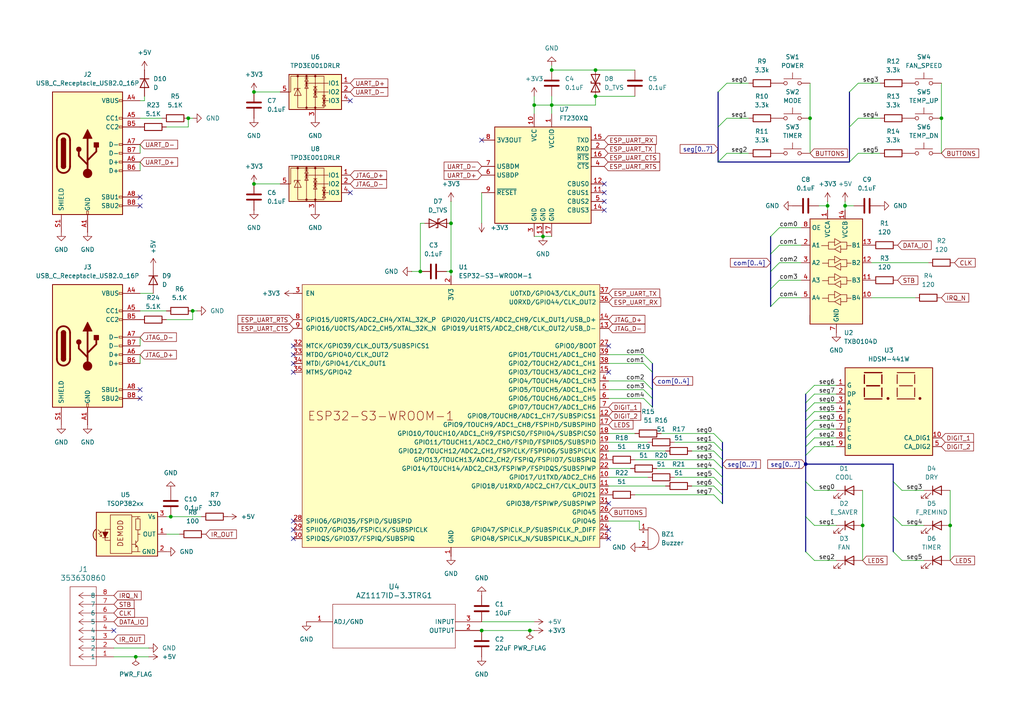
<source format=kicad_sch>
(kicad_sch (version 20231120) (generator "eeschema") (generator_version "8.0")
  (paper "A4")
  (title_block (title "LW6017R Wifi Board") (date "2024-06-30") (rev "1.0") (company "Jack Hogan"))
  (junction (at 154.94 30.48))
  (junction (at 54.61 34.29))
  (junction (at 233.68 134.62))
  (junction (at 39.37 190.5))
  (junction (at 160.02 30.48))
  (junction (at 121.92 78.74))
  (junction (at 73.66 26.67))
  (junction (at 275.59 152.4))
  (junction (at 172.72 27.94))
  (junction (at 250.19 152.4))
  (junction (at 130.81 64.77))
  (junction (at 130.81 78.74))
  (junction (at 245.11 59.69))
  (junction (at 273.05 34.29))
  (junction (at 240.03 59.69))
  (junction (at 160.02 20.32))
  (junction (at 73.66 53.34))
  (junction (at 234.95 34.29))
  (junction (at 139.7 182.88))
  (junction (at 172.72 20.32))
  (junction (at 153.67 182.88))
  (junction (at 55.88 90.17))
  (junction (at 157.48 68.58))
  (junction (at 49.53 149.86))
  (no_connect (at 85.09 153.67))
  (no_connect (at 175.26 55.88))
  (no_connect (at 85.09 102.87))
  (no_connect (at 175.26 53.34))
  (no_connect (at 40.64 115.57))
  (no_connect (at 85.09 100.33))
  (no_connect (at 40.64 113.03))
  (no_connect (at 175.26 60.96))
  (no_connect (at 85.09 107.95))
  (no_connect (at 85.09 105.41))
  (no_connect (at 85.09 151.13))
  (no_connect (at 176.53 107.95))
  (no_connect (at 176.53 146.05))
  (no_connect (at 101.6 55.88))
  (no_connect (at 139.7 40.64))
  (no_connect (at 40.64 57.15))
  (no_connect (at 40.64 59.69))
  (no_connect (at 176.53 153.67))
  (no_connect (at 101.6 29.21))
  (no_connect (at 175.26 58.42))
  (no_connect (at 176.53 156.21))
  (no_connect (at 33.02 182.88))
  (no_connect (at 85.09 156.21))
  (no_connect (at 176.53 100.33))
  (bus_entry (at 208.28 36.83) (size 2.54 -2.54))
  (bus_entry (at 233.68 149.86) (size 2.54 2.54))
  (bus_entry (at 207.01 138.43) (size 2.54 2.54))
  (bus_entry (at 208.28 46.99) (size 2.54 -2.54))
  (bus_entry (at 233.68 132.08) (size 2.54 -2.54))
  (bus_entry (at 223.52 88.9) (size 2.54 -2.54))
  (bus_entry (at 207.01 135.89) (size 2.54 2.54))
  (bus_entry (at 259.08 149.86) (size 2.54 2.54))
  (bus_entry (at 207.01 143.51) (size 2.54 2.54))
  (bus_entry (at 223.52 73.66) (size 2.54 -2.54))
  (bus_entry (at 223.52 68.58) (size 2.54 -2.54))
  (bus_entry (at 186.69 110.49) (size 2.54 2.54))
  (bus_entry (at 207.01 128.27) (size 2.54 2.54))
  (bus_entry (at 186.69 102.87) (size 2.54 2.54))
  (bus_entry (at 233.68 119.38) (size 2.54 -2.54))
  (bus_entry (at 233.68 121.92) (size 2.54 -2.54))
  (bus_entry (at 186.69 105.41) (size 2.54 2.54))
  (bus_entry (at 207.01 125.73) (size 2.54 2.54))
  (bus_entry (at 259.08 160.02) (size 2.54 2.54))
  (bus_entry (at 186.69 113.03) (size 2.54 2.54))
  (bus_entry (at 233.68 127) (size 2.54 -2.54))
  (bus_entry (at 233.68 160.02) (size 2.54 2.54))
  (bus_entry (at 207.01 130.81) (size 2.54 2.54))
  (bus_entry (at 223.52 78.74) (size 2.54 -2.54))
  (bus_entry (at 233.68 116.84) (size 2.54 -2.54))
  (bus_entry (at 246.38 36.83) (size 2.54 -2.54))
  (bus_entry (at 208.28 26.67) (size 2.54 -2.54))
  (bus_entry (at 186.69 115.57) (size 2.54 2.54))
  (bus_entry (at 246.38 26.67) (size 2.54 -2.54))
  (bus_entry (at 233.68 114.3) (size 2.54 -2.54))
  (bus_entry (at 233.68 129.54) (size 2.54 -2.54))
  (bus_entry (at 233.68 124.46) (size 2.54 -2.54))
  (bus_entry (at 246.38 46.99) (size 2.54 -2.54))
  (bus_entry (at 259.08 139.7) (size 2.54 2.54))
  (bus_entry (at 207.01 140.97) (size 2.54 2.54))
  (bus_entry (at 233.68 139.7) (size 2.54 2.54))
  (bus_entry (at 223.52 83.82) (size 2.54 -2.54))
  (bus_entry (at 207.01 133.35) (size 2.54 2.54))
  (wire (pts (xy 157.48 68.58) (xy 160.02 68.58)))
  (wire (pts (xy 265.43 86.36) (xy 252.73 86.36)))
  (wire (pts (xy 58.42 149.86) (xy 49.53 149.86)))
  (wire (pts (xy 154.94 30.48) (xy 154.94 33.02)))
  (wire (pts (xy 187.96 128.27) (xy 176.53 128.27)))
  (wire (pts (xy 57.15 90.17) (xy 55.88 90.17)))
  (bus (pts (xy 233.68 124.46) (xy 233.68 127)))
  (wire (pts (xy 236.22 162.56) (xy 242.57 162.56)))
  (bus (pts (xy 259.08 134.62) (xy 259.08 139.7)))
  (bus (pts (xy 223.52 68.58) (xy 223.52 73.66)))
  (bus (pts (xy 246.38 26.67) (xy 246.38 36.83)))
  (bus (pts (xy 223.52 78.74) (xy 223.52 83.82)))
  (wire (pts (xy 245.11 58.42) (xy 245.11 59.69)))
  (wire (pts (xy 73.66 53.34) (xy 81.28 53.34)))
  (wire (pts (xy 200.66 130.81) (xy 207.01 130.81)))
  (wire (pts (xy 236.22 111.76) (xy 242.57 111.76)))
  (wire (pts (xy 176.53 102.87) (xy 186.69 102.87)))
  (bus (pts (xy 209.55 138.43) (xy 209.55 140.97)))
  (bus (pts (xy 233.68 114.3) (xy 233.68 116.84)))
  (wire (pts (xy 160.02 30.48) (xy 172.72 30.48)))
  (bus (pts (xy 233.68 132.08) (xy 233.68 134.62)))
  (wire (pts (xy 172.72 30.48) (xy 172.72 27.94)))
  (bus (pts (xy 209.55 140.97) (xy 209.55 143.51)))
  (wire (pts (xy 139.7 64.77) (xy 139.7 55.88)))
  (wire (pts (xy 187.96 138.43) (xy 176.53 138.43)))
  (bus (pts (xy 209.55 128.27) (xy 209.55 130.81)))
  (wire (pts (xy 40.64 41.91) (xy 40.64 44.45)))
  (wire (pts (xy 261.62 162.56) (xy 267.97 162.56)))
  (bus (pts (xy 233.68 134.62) (xy 259.08 134.62)))
  (bus (pts (xy 189.23 115.57) (xy 189.23 118.11)))
  (wire (pts (xy 176.53 130.81) (xy 193.04 130.81)))
  (wire (pts (xy 193.04 140.97) (xy 176.53 140.97)))
  (wire (pts (xy 191.77 125.73) (xy 207.01 125.73)))
  (wire (pts (xy 52.07 154.94) (xy 48.26 154.94)))
  (wire (pts (xy 210.82 44.45) (xy 217.17 44.45)))
  (wire (pts (xy 236.22 116.84) (xy 242.57 116.84)))
  (wire (pts (xy 153.67 182.88) (xy 154.94 182.88)))
  (wire (pts (xy 41.91 29.21) (xy 40.64 29.21)))
  (bus (pts (xy 233.68 121.92) (xy 233.68 124.46)))
  (wire (pts (xy 269.24 76.2) (xy 252.73 76.2)))
  (bus (pts (xy 208.28 46.99) (xy 246.38 46.99)))
  (wire (pts (xy 236.22 119.38) (xy 242.57 119.38)))
  (wire (pts (xy 40.64 46.99) (xy 40.64 49.53)))
  (bus (pts (xy 259.08 149.86) (xy 259.08 160.02)))
  (bus (pts (xy 259.08 139.7) (xy 259.08 149.86)))
  (wire (pts (xy 273.05 34.29) (xy 273.05 24.13)))
  (wire (pts (xy 48.26 90.17) (xy 40.64 90.17)))
  (wire (pts (xy 40.64 102.87) (xy 40.64 105.41)))
  (wire (pts (xy 275.59 152.4) (xy 275.59 162.56)))
  (wire (pts (xy 236.22 124.46) (xy 242.57 124.46)))
  (wire (pts (xy 226.06 71.12) (xy 232.41 71.12)))
  (wire (pts (xy 160.02 19.05) (xy 160.02 20.32)))
  (bus (pts (xy 209.55 130.81) (xy 209.55 133.35)))
  (wire (pts (xy 184.15 125.73) (xy 176.53 125.73)))
  (bus (pts (xy 209.55 143.51) (xy 209.55 146.05)))
  (wire (pts (xy 43.18 190.5) (xy 39.37 190.5)))
  (wire (pts (xy 55.88 92.71) (xy 55.88 90.17)))
  (wire (pts (xy 195.58 138.43) (xy 207.01 138.43)))
  (bus (pts (xy 223.52 83.82) (xy 223.52 88.9)))
  (wire (pts (xy 176.53 113.03) (xy 186.69 113.03)))
  (wire (pts (xy 226.06 66.04) (xy 232.41 66.04)))
  (wire (pts (xy 154.94 30.48) (xy 160.02 30.48)))
  (wire (pts (xy 240.03 58.42) (xy 240.03 59.69)))
  (wire (pts (xy 236.22 114.3) (xy 242.57 114.3)))
  (bus (pts (xy 246.38 36.83) (xy 246.38 46.99)))
  (wire (pts (xy 236.22 142.24) (xy 242.57 142.24)))
  (wire (pts (xy 184.15 143.51) (xy 207.01 143.51)))
  (wire (pts (xy 46.99 34.29) (xy 40.64 34.29)))
  (wire (pts (xy 160.02 30.48) (xy 160.02 33.02)))
  (bus (pts (xy 233.68 127) (xy 233.68 129.54)))
  (bus (pts (xy 209.55 133.35) (xy 209.55 135.89)))
  (wire (pts (xy 226.06 81.28) (xy 232.41 81.28)))
  (wire (pts (xy 172.72 27.94) (xy 184.15 27.94)))
  (wire (pts (xy 123.19 64.77) (xy 121.92 64.77)))
  (wire (pts (xy 176.53 151.13) (xy 185.42 151.13)))
  (wire (pts (xy 190.5 135.89) (xy 207.01 135.89)))
  (wire (pts (xy 184.15 133.35) (xy 207.01 133.35)))
  (bus (pts (xy 233.68 139.7) (xy 233.68 149.86)))
  (wire (pts (xy 200.66 140.97) (xy 207.01 140.97)))
  (wire (pts (xy 245.11 59.69) (xy 245.11 60.96)))
  (wire (pts (xy 154.94 68.58) (xy 157.48 68.58)))
  (bus (pts (xy 223.52 73.66) (xy 223.52 78.74)))
  (wire (pts (xy 182.88 135.89) (xy 176.53 135.89)))
  (wire (pts (xy 261.62 152.4) (xy 267.97 152.4)))
  (wire (pts (xy 236.22 127) (xy 242.57 127)))
  (wire (pts (xy 210.82 34.29) (xy 217.17 34.29)))
  (wire (pts (xy 130.81 64.77) (xy 130.81 78.74)))
  (wire (pts (xy 273.05 44.45) (xy 273.05 34.29)))
  (wire (pts (xy 250.19 152.4) (xy 250.19 162.56)))
  (wire (pts (xy 248.92 34.29) (xy 255.27 34.29)))
  (wire (pts (xy 40.64 100.33) (xy 40.64 97.79)))
  (wire (pts (xy 210.82 24.13) (xy 217.17 24.13)))
  (bus (pts (xy 189.23 113.03) (xy 189.23 115.57)))
  (bus (pts (xy 208.28 26.67) (xy 208.28 36.83)))
  (wire (pts (xy 160.02 20.32) (xy 172.72 20.32)))
  (bus (pts (xy 233.68 119.38) (xy 233.68 121.92)))
  (wire (pts (xy 54.61 36.83) (xy 54.61 34.29)))
  (wire (pts (xy 237.49 59.69) (xy 240.03 59.69)))
  (wire (pts (xy 154.94 27.94) (xy 154.94 30.48)))
  (wire (pts (xy 130.81 78.74) (xy 130.81 80.01)))
  (wire (pts (xy 176.53 110.49) (xy 186.69 110.49)))
  (wire (pts (xy 139.7 182.88) (xy 153.67 182.88)))
  (wire (pts (xy 130.81 58.42) (xy 130.81 64.77)))
  (wire (pts (xy 195.58 128.27) (xy 207.01 128.27)))
  (wire (pts (xy 43.18 187.96) (xy 33.02 187.96)))
  (wire (pts (xy 261.62 142.24) (xy 267.97 142.24)))
  (wire (pts (xy 234.95 34.29) (xy 234.95 44.45)))
  (bus (pts (xy 233.68 129.54) (xy 233.68 132.08)))
  (bus (pts (xy 233.68 149.86) (xy 233.68 160.02)))
  (bus (pts (xy 189.23 105.41) (xy 189.23 107.95)))
  (wire (pts (xy 49.53 149.86) (xy 48.26 149.86)))
  (wire (pts (xy 139.7 180.34) (xy 154.94 180.34)))
  (wire (pts (xy 240.03 59.69) (xy 240.03 60.96)))
  (wire (pts (xy 236.22 152.4) (xy 242.57 152.4)))
  (wire (pts (xy 226.06 86.36) (xy 232.41 86.36)))
  (wire (pts (xy 119.38 78.74) (xy 121.92 78.74)))
  (bus (pts (xy 189.23 107.95) (xy 189.23 113.03)))
  (bus (pts (xy 208.28 36.83) (xy 208.28 46.99)))
  (wire (pts (xy 248.92 44.45) (xy 255.27 44.45)))
  (wire (pts (xy 121.92 64.77) (xy 121.92 78.74)))
  (wire (pts (xy 48.26 92.71) (xy 55.88 92.71)))
  (wire (pts (xy 48.26 36.83) (xy 54.61 36.83)))
  (wire (pts (xy 129.54 78.74) (xy 130.81 78.74)))
  (wire (pts (xy 236.22 129.54) (xy 242.57 129.54)))
  (wire (pts (xy 247.65 59.69) (xy 245.11 59.69)))
  (wire (pts (xy 176.53 105.41) (xy 186.69 105.41)))
  (wire (pts (xy 250.19 142.24) (xy 250.19 152.4)))
  (wire (pts (xy 39.37 190.5) (xy 33.02 190.5)))
  (wire (pts (xy 41.91 27.94) (xy 41.91 29.21)))
  (wire (pts (xy 40.64 85.09) (xy 44.45 85.09)))
  (bus (pts (xy 209.55 135.89) (xy 209.55 138.43)))
  (bus (pts (xy 233.68 134.62) (xy 233.68 139.7)))
  (wire (pts (xy 248.92 24.13) (xy 255.27 24.13)))
  (wire (pts (xy 185.42 151.13) (xy 185.42 153.67)))
  (wire (pts (xy 55.88 34.29) (xy 54.61 34.29)))
  (wire (pts (xy 275.59 142.24) (xy 275.59 152.4)))
  (wire (pts (xy 176.53 115.57) (xy 186.69 115.57)))
  (wire (pts (xy 236.22 121.92) (xy 242.57 121.92)))
  (bus (pts (xy 233.68 116.84) (xy 233.68 119.38)))
  (wire (pts (xy 160.02 27.94) (xy 160.02 30.48)))
  (wire (pts (xy 234.95 24.13) (xy 234.95 34.29)))
  (wire (pts (xy 226.06 76.2) (xy 232.41 76.2)))
  (wire (pts (xy 73.66 26.67) (xy 81.28 26.67)))
  (wire (pts (xy 172.72 20.32) (xy 184.15 20.32)))
  (label "seg2" (at 237.49 127 0))
  (label "seg2" (at 201.93 130.81 0))
  (label "com2" (at 226.06 76.2 0))
  (label "seg4" (at 237.49 124.46 0))
  (label "seg1" (at 212.09 34.29 0))
  (label "seg2" (at 237.49 162.56 0))
  (label "seg0" (at 237.49 116.84 0))
  (label "seg1" (at 237.49 152.4 0))
  (label "seg1" (at 201.93 128.27 0))
  (label "seg3" (at 237.49 121.92 0))
  (label "seg5" (at 250.19 44.45 0))
  (label "seg4" (at 201.93 135.89 0))
  (label "seg5" (at 201.93 138.43 0))
  (label "seg3" (at 262.89 142.24 0))
  (label "com1" (at 226.06 71.12 0))
  (label "seg5" (at 237.49 119.38 0))
  (label "seg3" (at 201.93 133.35 0))
  (label "com0" (at 226.06 66.04 0))
  (label "seg1" (at 237.49 129.54 0))
  (label "seg4" (at 250.19 34.29 0))
  (label "seg6" (at 237.49 111.76 0))
  (label "seg0" (at 201.93 125.73 0))
  (label "seg5" (at 262.89 162.56 0))
  (label "seg0" (at 212.09 24.13 0))
  (label "seg7" (at 237.49 114.3 0))
  (label "com4" (at 181.61 115.57 0))
  (label "seg3" (at 250.19 24.13 0))
  (label "com4" (at 226.06 86.36 0))
  (label "seg6" (at 201.93 140.97 0))
  (label "seg2" (at 212.09 44.45 0))
  (label "com2" (at 181.61 110.49 0))
  (label "com3" (at 226.06 81.28 0))
  (label "seg0" (at 237.49 142.24 0))
  (label "seg4" (at 262.89 152.4 0))
  (label "seg7" (at 201.93 143.51 0))
  (label "com3" (at 181.61 113.03 0))
  (label "com0" (at 181.61 102.87 0))
  (label "com1" (at 181.61 105.41 0))
  (global_label "ESP_UART_RTS" (shape input) (at 85.09 92.71 180) (property "Intersheetrefs" "${INTERSHEET_REFS}" (effects (hide yes))))
  (global_label "CLK" (shape input) (at 276.86 76.2 0) (property "Intersheetrefs" "${INTERSHEET_REFS}" (effects (hide yes))))
  (global_label "seg[0..7]" (shape input) (at 209.55 134.62 0) (property "Intersheetrefs" "${INTERSHEET_REFS}" (effects (hide yes))))
  (global_label "IR_OUT" (shape input) (at 59.69 154.94 0) (property "Intersheetrefs" "${INTERSHEET_REFS}" (effects (hide yes))))
  (global_label "IRQ_N" (shape input) (at 33.02 172.72 0) (property "Intersheetrefs" "${INTERSHEET_REFS}" (effects (hide yes))))
  (global_label "DIGIT_1" (shape input) (at 176.53 118.11 0) (property "Intersheetrefs" "${INTERSHEET_REFS}" (effects (hide yes))))
  (global_label "DATA_IO" (shape input) (at 260.35 71.12 0) (property "Intersheetrefs" "${INTERSHEET_REFS}" (effects (hide yes))))
  (global_label "DIGIT_2" (shape input) (at 273.05 129.54 0) (property "Intersheetrefs" "${INTERSHEET_REFS}" (effects (hide yes))))
  (global_label "LEDS" (shape input) (at 250.19 162.56 0) (property "Intersheetrefs" "${INTERSHEET_REFS}" (effects (hide yes))))
  (global_label "ESP_UART_RTS" (shape input) (at 175.26 48.26 0) (property "Intersheetrefs" "${INTERSHEET_REFS}" (effects (hide yes))))
  (global_label "STB" (shape input) (at 33.02 175.26 0) (property "Intersheetrefs" "${INTERSHEET_REFS}" (effects (hide yes))))
  (global_label "UART_D+" (shape input) (at 101.6 24.13 0) (property "Intersheetrefs" "${INTERSHEET_REFS}" (effects (hide yes))))
  (global_label "UART_D-" (shape input) (at 139.7 48.26 180) (property "Intersheetrefs" "${INTERSHEET_REFS}" (effects (hide yes))))
  (global_label "seg[0..7]" (shape input) (at 233.68 134.62 180) (property "Intersheetrefs" "${INTERSHEET_REFS}" (effects (hide yes))))
  (global_label "DATA_IO" (shape input) (at 33.02 180.34 0) (property "Intersheetrefs" "${INTERSHEET_REFS}" (effects (hide yes))))
  (global_label "ESP_UART_RX" (shape input) (at 175.26 40.64 0) (property "Intersheetrefs" "${INTERSHEET_REFS}" (effects (hide yes))))
  (global_label "com[0..4]" (shape input) (at 189.23 110.49 0) (property "Intersheetrefs" "${INTERSHEET_REFS}" (effects (hide yes))))
  (global_label "IRQ_N" (shape input) (at 273.05 86.36 0) (property "Intersheetrefs" "${INTERSHEET_REFS}" (effects (hide yes))))
  (global_label "JTAG_D+" (shape input) (at 40.64 102.87 0) (property "Intersheetrefs" "${INTERSHEET_REFS}" (effects (hide yes))))
  (global_label "UART_D-" (shape input) (at 101.6 26.67 0) (property "Intersheetrefs" "${INTERSHEET_REFS}" (effects (hide yes))))
  (global_label "UART_D-" (shape input) (at 40.64 41.91 0) (property "Intersheetrefs" "${INTERSHEET_REFS}" (effects (hide yes))))
  (global_label "ESP_UART_TX" (shape input) (at 176.53 85.09 0) (property "Intersheetrefs" "${INTERSHEET_REFS}" (effects (hide yes))))
  (global_label "DIGIT_2" (shape input) (at 176.53 120.65 0) (property "Intersheetrefs" "${INTERSHEET_REFS}" (effects (hide yes))))
  (global_label "DIGIT_1" (shape input) (at 273.05 127 0) (property "Intersheetrefs" "${INTERSHEET_REFS}" (effects (hide yes))))
  (global_label "JTAG_D-" (shape input) (at 176.53 95.25 0) (property "Intersheetrefs" "${INTERSHEET_REFS}" (effects (hide yes))))
  (global_label "JTAG_D+" (shape input) (at 101.6 50.8 0) (property "Intersheetrefs" "${INTERSHEET_REFS}" (effects (hide yes))))
  (global_label "BUTTONS" (shape input) (at 176.53 148.59 0) (property "Intersheetrefs" "${INTERSHEET_REFS}" (effects (hide yes))))
  (global_label "com[0..4]" (shape input) (at 223.52 76.2 180) (property "Intersheetrefs" "${INTERSHEET_REFS}" (effects (hide yes))))
  (global_label "UART_D+" (shape input) (at 40.64 46.99 0) (property "Intersheetrefs" "${INTERSHEET_REFS}" (effects (hide yes))))
  (global_label "IR_OUT" (shape input) (at 33.02 185.42 0) (property "Intersheetrefs" "${INTERSHEET_REFS}" (effects (hide yes))))
  (global_label "JTAG_D-" (shape input) (at 40.64 97.79 0) (property "Intersheetrefs" "${INTERSHEET_REFS}" (effects (hide yes))))
  (global_label "LEDS" (shape input) (at 176.53 123.19 0) (property "Intersheetrefs" "${INTERSHEET_REFS}" (effects (hide yes))))
  (global_label "STB" (shape input) (at 260.35 81.28 0) (property "Intersheetrefs" "${INTERSHEET_REFS}" (effects (hide yes))))
  (global_label "JTAG_D-" (shape input) (at 101.6 53.34 0) (property "Intersheetrefs" "${INTERSHEET_REFS}" (effects (hide yes))))
  (global_label "ESP_UART_CTS" (shape input) (at 175.26 45.72 0) (property "Intersheetrefs" "${INTERSHEET_REFS}" (effects (hide yes))))
  (global_label "ESP_UART_TX" (shape input) (at 175.26 43.18 0) (property "Intersheetrefs" "${INTERSHEET_REFS}" (effects (hide yes))))
  (global_label "ESP_UART_RX" (shape input) (at 176.53 87.63 0) (property "Intersheetrefs" "${INTERSHEET_REFS}" (effects (hide yes))))
  (global_label "ESP_UART_CTS" (shape input) (at 85.09 95.25 180) (property "Intersheetrefs" "${INTERSHEET_REFS}" (effects (hide yes))))
  (global_label "LEDS" (shape input) (at 275.59 162.56 0) (property "Intersheetrefs" "${INTERSHEET_REFS}" (effects (hide yes))))
  (global_label "JTAG_D+" (shape input) (at 176.53 92.71 0) (property "Intersheetrefs" "${INTERSHEET_REFS}" (effects (hide yes))))
  (global_label "BUTTONS" (shape input) (at 273.05 44.45 0) (property "Intersheetrefs" "${INTERSHEET_REFS}" (effects (hide yes))))
  (global_label "CLK" (shape input) (at 33.02 177.8 0) (property "Intersheetrefs" "${INTERSHEET_REFS}" (effects (hide yes))))
  (global_label "UART_D+" (shape input) (at 139.7 50.8 180) (property "Intersheetrefs" "${INTERSHEET_REFS}" (effects (hide yes))))
  (global_label "seg[0..7]" (shape input) (at 208.28 43.18 180) (property "Intersheetrefs" "${INTERSHEET_REFS}" (effects (hide yes))))
  (global_label "BUTTONS" (shape input) (at 234.95 44.45 0) (property "Intersheetrefs" "${INTERSHEET_REFS}" (effects (hide yes))))
  (symbol (lib_id "power:+3V3") (at 130.81 58.42 0) (unit 1)
    (property "Reference" "#PWR011" (effects (hide yes)))
    (property "Value" "+3V3" (at 130.81 53.34 0))
    (property "Description" "Power symbol creates a global label with name \"+3V3\"" (effects (hide yes)))
  )
  (symbol (lib_id "power:GND") (at 157.48 68.58 0) (unit 1)
    (property "Reference" "#PWR026" (effects (hide yes)))
    (property "Value" "GND" (at 157.48 73.66 0))
    (property "Description" "Power symbol creates a global label with name \"GND\" , ground" (effects (hide yes)))
  )
  (symbol (lib_id "Device:R") (at 220.98 44.45 90) (unit 1)
    (property "Reference" "R11" (at 220.98 38.1 90))
    (property "Value" "3.3k" (at 220.98 40.64 90))
    (property "Footprint" "Resistor_SMD:R_0402_1005Metric" (effects (hide yes)))
    (property "Description" "Resistor" (effects (hide yes)))
  )
  (symbol (lib_id "power:GND") (at 91.44 34.29 0) (unit 1)
    (property "Reference" "#PWR035" (effects (hide yes)))
    (property "Value" "GND" (at 91.44 39.37 0))
    (property "Description" "Power symbol creates a global label with name \"GND\" , ground" (effects (hide yes)))
  )
  (symbol (lib_id "power:GND") (at 88.9 180.34 0) (unit 1)
    (property "Reference" "#PWR03" (effects (hide yes)))
    (property "Value" "GND" (at 88.9 185.42 0))
    (property "Description" "Power symbol creates a global label with name \"GND\" , ground" (effects (hide yes)))
  )
  (symbol (lib_id "power:+3V3") (at 85.09 85.09 90) (unit 1)
    (property "Reference" "#PWR013" (effects (hide yes)))
    (property "Value" "+3V3" (at 81.28 85.0899 90) (effects (justify left)))
    (property "Description" "Power symbol creates a global label with name \"+3V3\"" (effects (hide yes)))
  )
  (symbol (lib_id "power:GND") (at 242.57 96.52 0) (unit 1)
    (property "Reference" "#PWR010" (effects (hide yes)))
    (property "Value" "GND" (at 242.57 101.6 0))
    (property "Description" "Power symbol creates a global label with name \"GND\" , ground" (effects (hide yes)))
  )
  (symbol (lib_id "Device:D_TVS") (at 172.72 24.13 90) (unit 1)
    (property "Reference" "D8" (at 175.26 22.8599 90) (effects (justify right)))
    (property "Value" "D_TVS" (at 175.26 25.3999 90) (effects (justify right)))
    (property "Footprint" "Diode_SMD:D_SOD-882" (effects (hide yes)))
    (property "Description" "Bidirectional transient-voltage-suppression diode" (effects (hide yes)))
    (property "LCSC" "C500765" (effects (hide yes)))
  )
  (symbol (lib_id "Device:LED") (at 271.78 142.24 0) (unit 1)
    (property "Reference" "D4" (at 270.1925 135.89 0))
    (property "Value" "DRY" (at 270.1925 138.43 0))
    (property "Footprint" "LED_THT:LED_D5.0mm" (effects (hide yes)))
    (property "Description" "Light emitting diode" (effects (hide yes)))
  )
  (symbol (lib_id "Power_Protection:TPD3E001DRLR") (at 91.44 26.67 0) (unit 1)
    (property "Reference" "U6" (at 91.44 16.51 0))
    (property "Value" "TPD3E001DRLR" (at 91.44 19.05 0))
    (property "Footprint" "Package_TO_SOT_SMD:SOT-553" (effects (hide yes)))
    (property "Datasheet" "http://www.ti.com/lit/ds/symlink/tpd3e001.pdf" (effects (hide yes)))
    (property "Description" "TPD3E001 Low-Capacitance 3-Channel ESD-Protection for High-Speed Data Interfaces" (effects (hide yes)))
    (property "LCSC" "C470828" (effects (hide yes)))
  )
  (symbol (lib_id "PCM_Espressif:ESP32-S3-WROOM-1") (at 130.81 120.65 0) (unit 1)
    (property "Reference" "U1" (at 133.0041 77.47 0) (effects (justify left)))
    (property "Value" "ESP32-S3-WROOM-1" (at 133.0041 80.01 0) (effects (justify left)))
    (property "Footprint" "PCM_Espressif:ESP32-S3-WROOM-1" (effects (hide yes)))
    (property "Datasheet" "https://www.espressif.com/sites/default/files/documentation/esp32-s3-wroom-1_wroom-1u_datasheet_en.pdf" (effects (hide yes)))
    (property "Description" "2.4 GHz WiFi (802.11 b/g/n) and Bluetooth ® 5 (LE) module Built around ESP32S3 series of SoCs, Xtensa ® dualcore 32bit LX7 microprocessor Flash up to 16 MB, PSRAM up to 8 MB 36 GPIOs, rich set of peripherals Onboard PCB antenna" (effects (hide yes)))
    (property "LCSC" "C2980296" (effects (hide yes)))
    (property "JLCPosOffset" "0,-.655" (effects (hide yes)))
  )
  (symbol (lib_id "Device:C") (at 160.02 24.13 180) (unit 1)
    (property "Reference" "C4" (at 163.83 22.8599 0) (effects (justify right)))
    (property "Value" "0.1uF" (at 163.83 25.3999 0) (effects (justify right)))
    (property "Footprint" "Capacitor_SMD:C_0402_1005Metric" (effects (hide yes)))
    (property "Description" "Unpolarized capacitor" (effects (hide yes)))
  )
  (symbol (lib_id "Interface_USB:FT230XQ") (at 157.48 50.8 0) (unit 1)
    (property "Reference" "U7" (at 162.2141 31.75 0) (effects (justify left)))
    (property "Value" "FT230XQ" (at 162.2141 34.29 0) (effects (justify left)))
    (property "Footprint" "Package_DFN_QFN:QFN-16-1EP_4x4mm_P0.65mm_EP2.1x2.1mm" (effects (hide yes)))
    (property "Datasheet" "https://www.ftdichip.com/Support/Documents/DataSheets/ICs/DS_FT230X.pdf" (effects (hide yes)))
    (property "Description" "Full Speed USB to Basic UART, QFN-16" (effects (hide yes)))
    (property "LCSC" "C128629" (effects (hide yes)))
    (property "JLCRotOffset" "180" (effects (hide yes)))
  )
  (symbol (lib_id "power:GND") (at 119.38 78.74 270) (unit 1)
    (property "Reference" "#PWR029" (effects (hide yes)))
    (property "Value" "GND" (at 115.57 78.7399 90) (effects (justify right)))
    (property "Description" "Power symbol creates a global label with name \"GND\" , ground" (effects (hide yes)))
  )
  (symbol (lib_id "power:GND") (at 25.4 67.31 0) (unit 1)
    (property "Reference" "#PWR014" (effects (hide yes)))
    (property "Value" "GND" (at 25.4 72.39 0))
    (property "Description" "Power symbol creates a global label with name \"GND\" , ground" (effects (hide yes)))
  )
  (symbol (lib_id "power:GND") (at 255.27 59.69 90) (unit 1)
    (property "Reference" "#PWR037" (effects (hide yes)))
    (property "Value" "GND" (at 259.08 59.6899 90) (effects (justify right)))
    (property "Description" "Power symbol creates a global label with name \"GND\" , ground" (effects (hide yes)))
  )
  (symbol (lib_id "power:GND") (at 139.7 190.5 0) (unit 1)
    (property "Reference" "#PWR07" (effects (hide yes)))
    (property "Value" "GND" (at 139.7 195.58 0))
    (property "Description" "Power symbol creates a global label with name \"GND\" , ground" (effects (hide yes)))
  )
  (symbol (lib_id "power:+3V3") (at 73.66 26.67 0) (unit 1)
    (property "Reference" "#PWR033" (effects (hide yes)))
    (property "Value" "+3V3" (at 73.66 21.59 0))
    (property "Description" "Power symbol creates a global label with name \"+3V3\"" (effects (hide yes)))
  )
  (symbol (lib_id "Display_Character:HDSM-441B") (at 257.81 119.38 0) (unit 1)
    (property "Reference" "U3" (at 257.81 101.6 0))
    (property "Value" "HDSM-441W" (at 257.81 104.14 0))
    (property "Footprint" "Display:HDSM-441B_HDSM-443B" (effects (hide yes)))
    (property "Datasheet" "https://docs.broadcom.com/docs/AV02-1589EN" (effects (hide yes)))
    (property "Description" "Double 7 segment Blue LED common anode SMD mount" (effects (hide yes)))
  )
  (symbol (lib_id "AZ1117ID_3_3TRG1:AZ1117ID-3.3TRG1") (at 88.9 180.34 0) (unit 1)
    (property "Reference" "U4" (at 114.3 170.18 0) (effects (font (size 1.524 1.524))))
    (property "Value" "AZ1117ID-3.3TRG1" (at 114.3 172.72 0) (effects (font (size 1.524 1.524))))
    (property "Footprint" "Package_TO_SOT_SMD:TO-252-2" (effects (hide yes)))
    (property "Datasheet" "AZ1117ID-3.3TRG1" (effects (hide yes)))
    (property "LCSC" "C2926306" (effects (hide yes)))
    (property "JLCPosOffset" "-2,0" (effects (hide yes)))
    (property "JLCRotOffset" "180" (effects (hide yes)))
  )
  (symbol (lib_id "power:+3V3") (at 73.66 53.34 0) (unit 1)
    (property "Reference" "#PWR031" (effects (hide yes)))
    (property "Value" "+3V3" (at 73.66 48.26 0))
    (property "Description" "Power symbol creates a global label with name \"+3V3\"" (effects (hide yes)))
  )
  (symbol (lib_id "power:+3V3") (at 154.94 27.94 0) (unit 1)
    (property "Reference" "#PWR024" (effects (hide yes)))
    (property "Value" "+3V3" (at 154.94 22.86 0))
    (property "Description" "Power symbol creates a global label with name \"+3V3\"" (effects (hide yes)))
  )
  (symbol (lib_id "Switch:SW_Push") (at 267.97 34.29 0) (unit 1)
    (property "Reference" "SW5" (at 267.97 26.67 0))
    (property "Value" "TEMP_UP" (at 267.97 29.21 0))
    (property "Footprint" "Button_Switch_THT:SW_PUSH_6mm" (effects (hide yes)))
    (property "Description" "Push button switch, generic, two pins" (effects (hide yes)))
  )
  (symbol (lib_id "Device:D_TVS") (at 127 64.77 0) (unit 1)
    (property "Reference" "D7" (at 127 58.42 0))
    (property "Value" "D_TVS" (at 127 60.96 0))
    (property "Footprint" "Diode_SMD:D_SOD-882" (effects (hide yes)))
    (property "Description" "Bidirectional transient-voltage-suppression diode" (effects (hide yes)))
    (property "LCSC" "C500765" (effects (hide yes)))
  )
  (symbol (lib_id "Device:R") (at 269.24 86.36 90) (unit 1)
    (property "Reference" "R4" (at 269.24 80.01 90))
    (property "Value" "120" (at 269.24 82.55 90))
    (property "Footprint" "Resistor_SMD:R_0402_1005Metric" (effects (hide yes)))
    (property "Description" "Resistor" (effects (hide yes)))
  )
  (symbol (lib_id "Device:R") (at 186.69 135.89 90) (unit 1)
    (property "Reference" "R19" (at 186.69 129.54 90))
    (property "Value" "51" (at 186.69 132.08 90))
    (property "Footprint" "Resistor_SMD:R_0402_1005Metric" (effects (hide yes)))
    (property "Description" "Resistor" (effects (hide yes)))
  )
  (symbol (lib_id "Device:D") (at 41.91 24.13 90) (mirror x) (unit 1)
    (property "Reference" "D10" (at 44.45 22.8599 90) (effects (justify right)))
    (property "Value" "D" (at 44.45 25.3999 90) (effects (justify right)))
    (property "Footprint" "Diode_SMD:D_SOD-323" (effects (hide yes)))
    (property "Description" "Diode" (effects (hide yes)))
    (property "Sim.Device" "D" (effects (hide yes)))
    (property "Sim.Pins" "1=K 2=A" (effects (hide yes)))
    (property "LCSC" "C78740" (effects (hide yes)))
  )
  (symbol (lib_id "Device:R") (at 259.08 44.45 90) (unit 1)
    (property "Reference" "R14" (at 259.08 38.1 90))
    (property "Value" "3.3k" (at 259.08 40.64 90))
    (property "Footprint" "Resistor_SMD:R_0402_1005Metric" (effects (hide yes)))
    (property "Description" "Resistor" (effects (hide yes)))
  )
  (symbol (lib_id "Logic_LevelTranslator:TXB0104D") (at 242.57 78.74 0) (unit 1)
    (property "Reference" "U2" (at 244.7641 96.52 0) (effects (justify left)))
    (property "Value" "TXB0104D" (at 244.7641 99.06 0) (effects (justify left)))
    (property "Footprint" "Package_SO:SOIC-14_3.9x8.7mm_P1.27mm" (effects (hide yes)))
    (property "Datasheet" "http://www.ti.com/lit/ds/symlink/txb0104.pdf" (effects (hide yes)))
    (property "Description" "4-Bit Bidirectional Voltage-Level Translator, Auto Direction Sensing and ±15-kV ESD Protection, 1.2 - 3.6V APort, 1.65 - 5.5V BPort, SOIC-14" (effects (hide yes)))
    (property "LCSC" "C1549752" (effects (hide yes)))
  )
  (symbol (lib_id "Device:C") (at 49.53 146.05 180) (unit 1)
    (property "Reference" "C10" (at 53.34 144.7799 0) (effects (justify right)))
    (property "Value" "0.1uF" (at 53.34 147.3199 0) (effects (justify right)))
    (property "Footprint" "Capacitor_SMD:C_0402_1005Metric" (effects (hide yes)))
    (property "Description" "Unpolarized capacitor" (effects (hide yes)))
  )
  (symbol (lib_id "Device:R") (at 220.98 34.29 90) (unit 1)
    (property "Reference" "R10" (at 220.98 27.94 90))
    (property "Value" "3.3k" (at 220.98 30.48 90))
    (property "Footprint" "Resistor_SMD:R_0402_1005Metric" (effects (hide yes)))
    (property "Description" "Resistor" (effects (hide yes)))
  )
  (symbol (lib_id "power:GND") (at 130.81 161.29 0) (unit 1)
    (property "Reference" "#PWR012" (effects (hide yes)))
    (property "Value" "GND" (at 130.81 166.37 0))
    (property "Description" "Power symbol creates a global label with name \"GND\" , ground" (effects (hide yes)))
  )
  (symbol (lib_id "power:GND") (at 48.26 160.02 90) (unit 1)
    (property "Reference" "#PWR023" (effects (hide yes)))
    (property "Value" "GND" (at 52.07 160.0201 90) (effects (justify right)))
    (property "Description" "Power symbol creates a global label with name \"GND\" , ground" (effects (hide yes)))
  )
  (symbol (lib_id "Device:R") (at 196.85 140.97 90) (unit 1)
    (property "Reference" "R21" (at 196.85 134.62 90))
    (property "Value" "51" (at 196.85 137.16 90))
    (property "Footprint" "Resistor_SMD:R_0402_1005Metric" (effects (hide yes)))
    (property "Description" "Resistor" (effects (hide yes)))
  )
  (symbol (lib_id "Device:R") (at 187.96 125.73 90) (unit 1)
    (property "Reference" "R15" (at 187.96 119.38 90))
    (property "Value" "51" (at 187.96 121.92 90))
    (property "Footprint" "Resistor_SMD:R_0402_1005Metric" (effects (hide yes)))
    (property "Description" "Resistor" (effects (hide yes)))
  )
  (symbol (lib_id "Device:C") (at 251.46 59.69 270) (unit 1)
    (property "Reference" "C9" (at 251.46 52.07 90))
    (property "Value" "0.1uF" (at 251.46 54.61 90))
    (property "Footprint" "Capacitor_SMD:C_0402_1005Metric" (effects (hide yes)))
    (property "Description" "Unpolarized capacitor" (effects (hide yes)))
  )
  (symbol (lib_id "Interface_Optical:TSOP382xx") (at 38.1 154.94 0) (unit 1)
    (property "Reference" "U5" (at 36.365 143.51 0))
    (property "Value" "TSOP382xx" (at 36.365 146.05 0))
    (property "Footprint" "OptoDevice:Vishay_MINICAST-3Pin" (effects (hide yes)))
    (property "Datasheet" "http://www.vishay.com/docs/82491/tsop382.pdf" (effects (hide yes)))
    (property "Description" "Photo Modules for PCM Remote Control Systems" (effects (hide yes)))
  )
  (symbol (lib_id "Device:C") (at 125.73 78.74 270) (unit 1)
    (property "Reference" "C3" (at 125.73 71.12 90))
    (property "Value" "0.1uF" (at 125.73 73.66 90))
    (property "Footprint" "Capacitor_SMD:C_0402_1005Metric" (effects (hide yes)))
    (property "Description" "Unpolarized capacitor" (effects (hide yes)))
  )
  (symbol (lib_id "Device:R") (at 180.34 143.51 90) (unit 1)
    (property "Reference" "R22" (at 180.34 137.16 90))
    (property "Value" "51" (at 180.34 139.7 90))
    (property "Footprint" "Resistor_SMD:R_0402_1005Metric" (effects (hide yes)))
    (property "Description" "Resistor" (effects (hide yes)))
  )
  (symbol (lib_id "Device:R") (at 256.54 71.12 270) (unit 1)
    (property "Reference" "R1" (at 256.54 64.77 90))
    (property "Value" "120" (at 256.54 67.31 90))
    (property "Footprint" "Resistor_SMD:R_0402_1005Metric" (effects (hide yes)))
    (property "Description" "Resistor" (effects (hide yes)))
  )
  (symbol (lib_id "Device:C") (at 73.66 57.15 0) (unit 1)
    (property "Reference" "C6" (at 77.47 55.8799 0) (effects (justify left)))
    (property "Value" "0.1uF" (at 77.47 58.4199 0) (effects (justify left)))
    (property "Footprint" "Capacitor_SMD:C_0402_1005Metric" (effects (hide yes)))
    (property "Description" "Unpolarized capacitor" (effects (hide yes)))
  )
  (symbol (lib_id "power:GND") (at 73.66 34.29 0) (unit 1)
    (property "Reference" "#PWR034" (effects (hide yes)))
    (property "Value" "GND" (at 73.66 39.37 0))
    (property "Description" "Power symbol creates a global label with name \"GND\" , ground" (effects (hide yes)))
  )
  (symbol (lib_id "power:+5V") (at 43.18 190.5 270) (unit 1)
    (property "Reference" "#PWR01" (effects (hide yes)))
    (property "Value" "+5V" (at 46.99 190.4999 90) (effects (justify left)))
    (property "Description" "Power symbol creates a global label with name \"+5V\"" (effects (hide yes)))
  )
  (symbol (lib_id "Power_Protection:TPD3E001DRLR") (at 91.44 53.34 0) (unit 1)
    (property "Reference" "U8" (at 91.44 43.18 0))
    (property "Value" "TPD3E001DRLR" (at 91.44 45.72 0))
    (property "Footprint" "Package_TO_SOT_SMD:SOT-553" (effects (hide yes)))
    (property "Datasheet" "http://www.ti.com/lit/ds/symlink/tpd3e001.pdf" (effects (hide yes)))
    (property "Description" "TPD3E001 Low-Capacitance 3-Channel ESD-Protection for High-Speed Data Interfaces" (effects (hide yes)))
    (property "LCSC" "C470828" (effects (hide yes)))
  )
  (symbol (lib_id "Device:C") (at 139.7 186.69 0) (unit 1)
    (property "Reference" "C2" (at 143.51 185.4199 0) (effects (justify left)))
    (property "Value" "22uF" (at 143.51 187.9599 0) (effects (justify left)))
    (property "Footprint" "Capacitor_SMD:C_0805_2012Metric" (effects (hide yes)))
    (property "Description" "Unpolarized capacitor" (effects (hide yes)))
  )
  (symbol (lib_id "power:GND") (at 73.66 60.96 0) (unit 1)
    (property "Reference" "#PWR032" (effects (hide yes)))
    (property "Value" "GND" (at 73.66 66.04 0))
    (property "Description" "Power symbol creates a global label with name \"GND\" , ground" (effects (hide yes)))
  )
  (symbol (lib_id "power:+5V") (at 154.94 180.34 270) (unit 1)
    (property "Reference" "#PWR04" (effects (hide yes)))
    (property "Value" "+5V" (at 158.75 180.3399 90) (effects (justify left)))
    (property "Description" "Power symbol creates a global label with name \"+5V\"" (effects (hide yes)))
  )
  (symbol (lib_id "power:GND") (at 139.7 172.72 180) (unit 1)
    (property "Reference" "#PWR06" (effects (hide yes)))
    (property "Value" "GND" (at 139.7 167.64 0))
    (property "Description" "Power symbol creates a global label with name \"GND\" , ground" (effects (hide yes)))
  )
  (symbol (lib_id "Switch:SW_Push") (at 229.87 34.29 0) (unit 1)
    (property "Reference" "SW2" (at 229.87 26.67 0))
    (property "Value" "MODE" (at 229.87 29.21 0))
    (property "Footprint" "Button_Switch_THT:SW_PUSH_6mm" (effects (hide yes)))
    (property "Description" "Push button switch, generic, two pins" (effects (hide yes)))
  )
  (symbol (lib_id "power:GND") (at 91.44 60.96 0) (unit 1)
    (property "Reference" "#PWR030" (effects (hide yes)))
    (property "Value" "GND" (at 91.44 66.04 0))
    (property "Description" "Power symbol creates a global label with name \"GND\" , ground" (effects (hide yes)))
  )
  (symbol (lib_id "Device:R") (at 44.45 36.83 90) (unit 1)
    (property "Reference" "R23" (at 44.45 30.48 90))
    (property "Value" "5.1K" (at 44.45 33.02 90))
    (property "Footprint" "Resistor_SMD:R_0402_1005Metric" (effects (hide yes)))
    (property "Description" "Resistor" (effects (hide yes)))
  )
  (symbol (lib_id "power:GND") (at 17.78 123.19 0) (unit 1)
    (property "Reference" "#PWR016" (effects (hide yes)))
    (property "Value" "GND" (at 17.78 128.27 0))
    (property "Description" "Power symbol creates a global label with name \"GND\" , ground" (effects (hide yes)))
  )
  (symbol (lib_id "Device:Buzzer") (at 187.96 156.21 0) (unit 1)
    (property "Reference" "BZ1" (at 191.77 154.9399 0) (effects (justify left)))
    (property "Value" "Buzzer" (at 191.77 157.4799 0) (effects (justify left)))
    (property "Footprint" "Buzzer_Beeper:Buzzer_12x9.5RM7.6" (effects (hide yes)))
    (property "Description" "Buzzer, polarized" (effects (hide yes)))
  )
  (symbol (lib_id "power:+3V3") (at 240.03 58.42 0) (unit 1)
    (property "Reference" "#PWR08" (effects (hide yes)))
    (property "Value" "+3V3" (at 240.03 53.34 0))
    (property "Description" "Power symbol creates a global label with name \"+3V3\"" (effects (hide yes)))
  )
  (symbol (lib_id "power:GND") (at 160.02 19.05 180) (unit 1)
    (property "Reference" "#PWR025" (effects (hide yes)))
    (property "Value" "GND" (at 160.02 13.97 0))
    (property "Description" "Power symbol creates a global label with name \"GND\" , ground" (effects (hide yes)))
  )
  (symbol (lib_id "power:+3V3") (at 154.94 182.88 270) (unit 1)
    (property "Reference" "#PWR05" (effects (hide yes)))
    (property "Value" "+3V3" (at 158.75 182.8799 90) (effects (justify left)))
    (property "Description" "Power symbol creates a global label with name \"+3V3\"" (effects (hide yes)))
  )
  (symbol (lib_id "Device:C") (at 184.15 24.13 180) (unit 1)
    (property "Reference" "C5" (at 187.96 22.8599 0) (effects (justify right)))
    (property "Value" "0.1uF" (at 187.96 25.3999 0) (effects (justify right)))
    (property "Footprint" "Capacitor_SMD:C_0402_1005Metric" (effects (hide yes)))
    (property "Description" "Unpolarized capacitor" (effects (hide yes)))
  )
  (symbol (lib_id "power:PWR_FLAG") (at 153.67 182.88 180) (unit 1)
    (property "Reference" "#FLG02" (effects (hide yes)))
    (property "Value" "PWR_FLAG" (at 153.67 187.96 0))
    (property "Description" "Special symbol for telling ERC where power comes from" (effects (hide yes)))
  )
  (symbol (lib_id "Device:LED") (at 271.78 162.56 0) (unit 1)
    (property "Reference" "D6" (at 270.1925 156.21 0))
    (property "Value" "TIMER" (at 270.1925 158.75 0))
    (property "Footprint" "LED_THT:LED_D5.0mm" (effects (hide yes)))
    (property "Description" "Light emitting diode" (effects (hide yes)))
  )
  (symbol (lib_id "Device:R") (at 196.85 130.81 90) (unit 1)
    (property "Reference" "R17" (at 196.85 124.46 90))
    (property "Value" "51" (at 196.85 127 90))
    (property "Footprint" "Resistor_SMD:R_0402_1005Metric" (effects (hide yes)))
    (property "Description" "Resistor" (effects (hide yes)))
  )
  (symbol (lib_id "power:+5V") (at 44.45 77.47 0) (unit 1)
    (property "Reference" "#PWR018" (effects (hide yes)))
    (property "Value" "+5V" (at 44.4499 73.66 90) (effects (justify left)))
    (property "Description" "Power symbol creates a global label with name \"+5V\"" (effects (hide yes)))
  )
  (symbol (lib_id "power:+3V3") (at 139.7 64.77 180) (unit 1)
    (property "Reference" "#PWR027" (effects (hide yes)))
    (property "Value" "+3V3" (at 142.24 66.0399 0) (effects (justify right)))
    (property "Description" "Power symbol creates a global label with name \"+3V3\"" (effects (hide yes)))
  )
  (symbol (lib_id "power:GND") (at 43.18 187.96 90) (unit 1)
    (property "Reference" "#PWR02" (effects (hide yes)))
    (property "Value" "GND" (at 46.99 187.9599 90) (effects (justify right)))
    (property "Description" "Power symbol creates a global label with name \"GND\" , ground" (effects (hide yes)))
  )
  (symbol (lib_id "power:GND") (at 55.88 34.29 90) (unit 1)
    (property "Reference" "#PWR021" (effects (hide yes)))
    (property "Value" "GND" (at 59.69 34.2899 90) (effects (justify right)))
    (property "Description" "Power symbol creates a global label with name \"GND\" , ground" (effects (hide yes)))
  )
  (symbol (lib_id "Device:R") (at 256.54 81.28 90) (unit 1)
    (property "Reference" "R3" (at 256.54 74.93 90))
    (property "Value" "120" (at 256.54 77.47 90))
    (property "Footprint" "Resistor_SMD:R_0402_1005Metric" (effects (hide yes)))
    (property "Description" "Resistor" (effects (hide yes)))
  )
  (symbol (lib_id "Switch:SW_Push") (at 267.97 44.45 0) (unit 1)
    (property "Reference" "SW6" (at 267.97 36.83 0))
    (property "Value" "TEMP_DN" (at 267.97 39.37 0))
    (property "Footprint" "Button_Switch_THT:SW_PUSH_6mm" (effects (hide yes)))
    (property "Description" "Push button switch, generic, two pins" (effects (hide yes)))
  )
  (symbol (lib_id "power:+5V") (at 66.04 149.86 270) (unit 1)
    (property "Reference" "#PWR022" (effects (hide yes)))
    (property "Value" "+5V" (at 69.85 149.8601 90) (effects (justify left)))
    (property "Description" "Power symbol creates a global label with name \"+5V\"" (effects (hide yes)))
  )
  (symbol (lib_id "Device:LED") (at 246.38 142.24 0) (unit 1)
    (property "Reference" "D1" (at 244.7925 135.89 0))
    (property "Value" "COOL" (at 244.7925 138.43 0))
    (property "Footprint" "LED_THT:LED_D5.0mm" (effects (hide yes)))
    (property "Description" "Light emitting diode" (effects (hide yes)))
  )
  (symbol (lib_id "Switch:SW_Push") (at 229.87 44.45 0) (unit 1)
    (property "Reference" "SW3" (at 229.87 36.83 0))
    (property "Value" "TIMER" (at 229.87 39.37 0))
    (property "Footprint" "Button_Switch_THT:SW_PUSH_6mm" (effects (hide yes)))
    (property "Description" "Push button switch, generic, two pins" (effects (hide yes)))
  )
  (symbol (lib_id "Device:R") (at 62.23 149.86 90) (unit 1)
    (property "Reference" "R7" (at 62.23 143.51 90))
    (property "Value" "330" (at 62.23 146.05 90))
    (property "Footprint" "Resistor_SMD:R_0402_1005Metric" (effects (hide yes)))
    (property "Description" "Resistor" (effects (hide yes)))
  )
  (symbol (lib_id "Switch:SW_Push") (at 229.87 24.13 0) (unit 1)
    (property "Reference" "SW1" (at 229.87 16.51 0))
    (property "Value" "POWER" (at 229.87 19.05 0))
    (property "Footprint" "Button_Switch_THT:SW_PUSH_6mm" (effects (hide yes)))
    (property "Description" "Push button switch, generic, two pins" (effects (hide yes)))
  )
  (symbol (lib_id "Device:C") (at 233.68 59.69 270) (unit 1)
    (property "Reference" "C8" (at 233.68 52.07 90))
    (property "Value" "0.1uF" (at 233.68 54.61 90))
    (property "Footprint" "Capacitor_SMD:C_0402_1005Metric" (effects (hide yes)))
    (property "Description" "Unpolarized capacitor" (effects (hide yes)))
  )
  (symbol (lib_id "power:PWR_FLAG") (at 39.37 190.5 180) (unit 1)
    (property "Reference" "#FLG01" (effects (hide yes)))
    (property "Value" "PWR_FLAG" (at 39.37 195.58 0))
    (property "Description" "Special symbol for telling ERC where power comes from" (effects (hide yes)))
  )
  (symbol (lib_id "Device:R") (at 259.08 34.29 90) (unit 1)
    (property "Reference" "R13" (at 259.08 27.94 90))
    (property "Value" "3.3k" (at 259.08 30.48 90))
    (property "Footprint" "Resistor_SMD:R_0402_1005Metric" (effects (hide yes)))
    (property "Description" "Resistor" (effects (hide yes)))
  )
  (symbol (lib_id "Connector:USB_C_Receptacle_USB2.0_16P") (at 25.4 100.33 0) (unit 1)
    (property "Reference" "J3" (at 25.4 77.47 0))
    (property "Value" "USB_C_Receptacle_USB2.0_16P" (at 25.4 80.01 0))
    (property "Footprint" "Connector_USB:USB_C_Receptacle_GCT_USB4105-xx-A_16P_TopMnt_Horizontal" (effects (hide yes)))
    (property "Datasheet" "https://www.usb.org/sites/default/files/documents/usb_type-c.zip" (effects (hide yes)))
    (property "Description" "USB 2.0-only 16P Type-C Receptacle connector" (effects (hide yes)))
    (property "LCSC" "C2835315" (effects (hide yes)))
    (property "JLCPosOffset" "0,1.4" (effects (hide yes)))
  )
  (symbol (lib_id "power:GND") (at 229.87 59.69 270) (unit 1)
    (property "Reference" "#PWR036" (effects (hide yes)))
    (property "Value" "GND" (at 226.06 59.6899 90) (effects (justify right)))
    (property "Description" "Power symbol creates a global label with name \"GND\" , ground" (effects (hide yes)))
  )
  (symbol (lib_id "Device:D") (at 44.45 81.28 90) (mirror x) (unit 1)
    (property "Reference" "D9" (at 46.99 80.0099 90) (effects (justify right)))
    (property "Value" "D" (at 46.99 82.5499 90) (effects (justify right)))
    (property "Footprint" "Diode_SMD:D_SOD-323" (effects (hide yes)))
    (property "Description" "Diode" (effects (hide yes)))
    (property "Sim.Device" "D" (effects (hide yes)))
    (property "Sim.Pins" "1=K 2=A" (effects (hide yes)))
    (property "LCSC" "C78740" (effects (hide yes)))
  )
  (symbol (lib_id "Device:R") (at 191.77 138.43 90) (unit 1)
    (property "Reference" "R20" (at 191.77 132.08 90))
    (property "Value" "51" (at 191.77 134.62 90))
    (property "Footprint" "Resistor_SMD:R_0402_1005Metric" (effects (hide yes)))
    (property "Description" "Resistor" (effects (hide yes)))
  )
  (symbol (lib_id "Device:C") (at 139.7 176.53 180) (unit 1)
    (property "Reference" "C1" (at 143.51 175.2599 0) (effects (justify right)))
    (property "Value" "10uF" (at 143.51 177.7999 0) (effects (justify right)))
    (property "Footprint" "Capacitor_SMD:C_0805_2012Metric" (effects (hide yes)))
    (property "Description" "Unpolarized capacitor" (effects (hide yes)))
  )
  (symbol (lib_id "power:GND") (at 25.4 123.19 0) (unit 1)
    (property "Reference" "#PWR017" (effects (hide yes)))
    (property "Value" "GND" (at 25.4 128.27 0))
    (property "Description" "Power symbol creates a global label with name \"GND\" , ground" (effects (hide yes)))
  )
  (symbol (lib_id "power:GND") (at 49.53 142.24 180) (unit 1)
    (property "Reference" "#PWR038" (effects (hide yes)))
    (property "Value" "GND" (at 49.53 137.16 0))
    (property "Description" "Power symbol creates a global label with name \"GND\" , ground" (effects (hide yes)))
  )
  (symbol (lib_id "Device:R") (at 44.45 92.71 90) (unit 1)
    (property "Reference" "R24" (at 44.45 86.36 90))
    (property "Value" "5.1K" (at 44.45 88.9 90))
    (property "Footprint" "Resistor_SMD:R_0402_1005Metric" (effects (hide yes)))
    (property "Description" "Resistor" (effects (hide yes)))
  )
  (symbol (lib_id "power:+5V") (at 245.11 58.42 0) (unit 1)
    (property "Reference" "#PWR09" (effects (hide yes)))
    (property "Value" "+5V" (at 245.11 53.34 0))
    (property "Description" "Power symbol creates a global label with name \"+5V\"" (effects (hide yes)))
  )
  (symbol (lib_id "Device:LED") (at 271.78 152.4 0) (unit 1)
    (property "Reference" "D5" (at 270.1925 146.05 0))
    (property "Value" "F_REMIND" (at 270.1925 148.59 0))
    (property "Footprint" "LED_THT:LED_D5.0mm" (effects (hide yes)))
    (property "Description" "Light emitting diode" (effects (hide yes)))
  )
  (symbol (lib_id "Device:R") (at 259.08 24.13 90) (unit 1)
    (property "Reference" "R12" (at 259.08 17.78 90))
    (property "Value" "3.3k" (at 259.08 20.32 90))
    (property "Footprint" "Resistor_SMD:R_0402_1005Metric" (effects (hide yes)))
    (property "Description" "Resistor" (effects (hide yes)))
  )
  (symbol (lib_id "power:+5V") (at 41.91 20.32 0) (unit 1)
    (property "Reference" "#PWR019" (effects (hide yes)))
    (property "Value" "+5V" (at 41.91 15.24 0))
    (property "Description" "Power symbol creates a global label with name \"+5V\"" (effects (hide yes)))
  )
  (symbol (lib_id "Device:R") (at 50.8 34.29 90) (unit 1)
    (property "Reference" "R5" (at 50.8 27.94 90))
    (property "Value" "5.1K" (at 50.8 30.48 90))
    (property "Footprint" "Resistor_SMD:R_0402_1005Metric" (effects (hide yes)))
    (property "Description" "Resistor" (effects (hide yes)))
  )
  (symbol (lib_id "Device:R") (at 191.77 128.27 90) (unit 1)
    (property "Reference" "R16" (at 191.77 121.92 90))
    (property "Value" "51" (at 191.77 124.46 90))
    (property "Footprint" "Resistor_SMD:R_0402_1005Metric" (effects (hide yes)))
    (property "Description" "Resistor" (effects (hide yes)))
  )
  (symbol (lib_id "Device:R") (at 52.07 90.17 90) (unit 1)
    (property "Reference" "R6" (at 52.07 83.82 90))
    (property "Value" "5.1K" (at 52.07 86.36 90))
    (property "Footprint" "Resistor_SMD:R_0402_1005Metric" (effects (hide yes)))
    (property "Description" "Resistor" (effects (hide yes)))
  )
  (symbol (lib_id "Device:R") (at 220.98 24.13 90) (unit 1)
    (property "Reference" "R9" (at 220.98 17.78 90))
    (property "Value" "3.3k" (at 220.98 20.32 90))
    (property "Footprint" "Resistor_SMD:R_0402_1005Metric" (effects (hide yes)))
    (property "Description" "Resistor" (effects (hide yes)))
  )
  (symbol (lib_id "power:GND") (at 185.42 158.75 270) (unit 1)
    (property "Reference" "#PWR028" (effects (hide yes)))
    (property "Value" "GND" (at 181.61 158.7499 90) (effects (justify right)))
    (property "Description" "Power symbol creates a global label with name \"GND\" , ground" (effects (hide yes)))
  )
  (symbol (lib_id "power:GND") (at 17.78 67.31 0) (unit 1)
    (property "Reference" "#PWR015" (effects (hide yes)))
    (property "Value" "GND" (at 17.78 72.39 0))
    (property "Description" "Power symbol creates a global label with name \"GND\" , ground" (effects (hide yes)))
  )
  (symbol (lib_id "Device:R") (at 180.34 133.35 90) (unit 1)
    (property "Reference" "R18" (at 180.34 127 90))
    (property "Value" "51" (at 180.34 129.54 90))
    (property "Footprint" "Resistor_SMD:R_0402_1005Metric" (effects (hide yes)))
    (property "Description" "Resistor" (effects (hide yes)))
  )
  (symbol (lib_id "0353630860:353630860") (at 33.02 190.5 180) (unit 1)
    (property "Reference" "J1" (at 24.13 165.1 0) (effects (font (size 1.524 1.524))))
    (property "Value" "353630860" (at 24.13 167.64 0) (effects (font (size 1.524 1.524))))
    (property "Footprint" "footprints:CON_353630860" (effects (hide yes)))
    (property "Datasheet" "353630860" (effects (hide yes)))
  )
  (symbol (lib_id "Device:LED") (at 246.38 152.4 0) (unit 1)
    (property "Reference" "D2" (at 244.7925 146.05 0))
    (property "Value" "E_SAVER" (at 244.7925 148.59 0))
    (property "Footprint" "LED_THT:LED_D5.0mm" (effects (hide yes)))
    (property "Description" "Light emitting diode" (effects (hide yes)))
  )
  (symbol (lib_id "Device:R") (at 55.88 154.94 270) (unit 1)
    (property "Reference" "R8" (at 55.88 148.59 90))
    (property "Value" "100" (at 55.88 151.13 90))
    (property "Footprint" "Resistor_SMD:R_0402_1005Metric" (effects (hide yes)))
    (property "Description" "Resistor" (effects (hide yes)))
  )
  (symbol (lib_id "Device:C") (at 73.66 30.48 0) (unit 1)
    (property "Reference" "C7" (at 77.47 29.2099 0) (effects (justify left)))
    (property "Value" "0.1uF" (at 77.47 31.7499 0) (effects (justify left)))
    (property "Footprint" "Capacitor_SMD:C_0402_1005Metric" (effects (hide yes)))
    (property "Description" "Unpolarized capacitor" (effects (hide yes)))
  )
  (symbol (lib_id "Device:R") (at 273.05 76.2 90) (unit 1)
    (property "Reference" "R2" (at 273.05 69.85 90))
    (property "Value" "120" (at 273.05 72.39 90))
    (property "Footprint" "Resistor_SMD:R_0402_1005Metric" (effects (hide yes)))
    (property "Description" "Resistor" (effects (hide yes)))
  )
  (symbol (lib_id "Switch:SW_Push") (at 267.97 24.13 0) (unit 1)
    (property "Reference" "SW4" (at 267.97 16.51 0))
    (property "Value" "FAN_SPEED" (at 267.97 19.05 0))
    (property "Footprint" "Button_Switch_THT:SW_PUSH_6mm" (effects (hide yes)))
    (property "Description" "Push button switch, generic, two pins" (effects (hide yes)))
  )
  (symbol (lib_id "Connector:USB_C_Receptacle_USB2.0_16P") (at 25.4 44.45 0) (unit 1)
    (property "Reference" "J2" (at 25.4 21.59 0))
    (property "Value" "USB_C_Receptacle_USB2.0_16P" (at 25.4 24.13 0))
    (property "Footprint" "Connector_USB:USB_C_Receptacle_GCT_USB4105-xx-A_16P_TopMnt_Horizontal" (effects (hide yes)))
    (property "Datasheet" "https://www.usb.org/sites/default/files/documents/usb_type-c.zip" (effects (hide yes)))
    (property "Description" "USB 2.0-only 16P Type-C Receptacle connector" (effects (hide yes)))
    (property "LCSC" "C2835315" (effects (hide yes)))
    (property "JLCPosOffset" "0,1.4" (effects (hide yes)))
  )
  (symbol (lib_id "Device:LED") (at 246.38 162.56 0) (unit 1)
    (property "Reference" "D3" (at 244.7925 156.21 0))
    (property "Value" "FAN" (at 244.7925 158.75 0))
    (property "Footprint" "LED_THT:LED_D5.0mm" (effects (hide yes)))
    (property "Description" "Light emitting diode" (effects (hide yes)))
  )
  (symbol (lib_id "power:GND") (at 57.15 90.17 90) (unit 1)
    (property "Reference" "#PWR020" (effects (hide yes)))
    (property "Value" "GND" (at 60.96 90.1699 90) (effects (justify right)))
    (property "Description" "Power symbol creates a global label with name \"GND\" , ground" (effects (hide yes)))
  )
)
</source>
